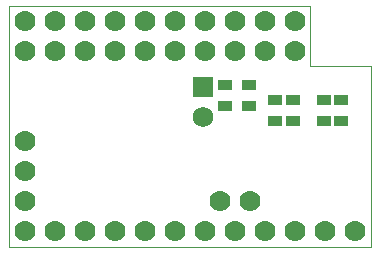
<source format=gts>
G75*
%MOIN*%
%OFA0B0*%
%FSLAX25Y25*%
%IPPOS*%
%LPD*%
%AMOC8*
5,1,8,0,0,1.08239X$1,22.5*
%
%ADD10C,0.00000*%
%ADD11C,0.07000*%
%ADD12R,0.06900X0.06900*%
%ADD13C,0.06900*%
%ADD14R,0.05124X0.03550*%
D10*
X0030829Y0002606D02*
X0151329Y0002606D01*
X0151329Y0062811D01*
X0131250Y0062850D01*
X0131211Y0062889D01*
X0131211Y0072811D01*
X0131250Y0082850D01*
X0030829Y0082850D01*
X0030829Y0002606D01*
D11*
X0036250Y0007850D03*
X0046250Y0007850D03*
X0056250Y0007850D03*
X0066250Y0007850D03*
X0076250Y0007850D03*
X0086250Y0007850D03*
X0096250Y0007850D03*
X0106250Y0007850D03*
X0116250Y0007850D03*
X0126250Y0007850D03*
X0136250Y0007850D03*
X0146250Y0007850D03*
X0111250Y0017850D03*
X0101250Y0017850D03*
X0096250Y0067850D03*
X0086250Y0067850D03*
X0076250Y0067850D03*
X0066250Y0067850D03*
X0056250Y0067850D03*
X0046250Y0067850D03*
X0036250Y0067850D03*
X0036250Y0077850D03*
X0046250Y0077850D03*
X0056250Y0077850D03*
X0066250Y0077850D03*
X0076250Y0077850D03*
X0086250Y0077850D03*
X0096250Y0077850D03*
X0106250Y0077850D03*
X0116250Y0077850D03*
X0126250Y0077850D03*
X0126250Y0067850D03*
X0116250Y0067850D03*
X0106250Y0067850D03*
X0036250Y0037850D03*
X0036250Y0027850D03*
X0036250Y0017850D03*
D12*
X0095329Y0056007D03*
D13*
X0095329Y0046007D03*
D14*
X0102829Y0049464D03*
X0102829Y0056551D03*
X0110829Y0056551D03*
X0110829Y0049464D03*
X0119329Y0051551D03*
X0125329Y0051551D03*
X0125329Y0044464D03*
X0119329Y0044464D03*
X0135829Y0044464D03*
X0141329Y0044464D03*
X0141329Y0051551D03*
X0135829Y0051551D03*
M02*

</source>
